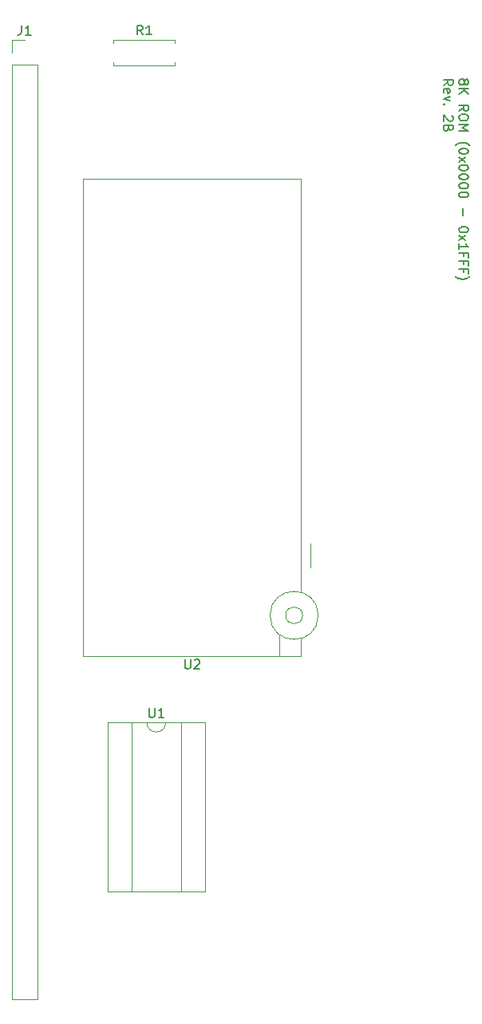
<source format=gbr>
%TF.GenerationSoftware,KiCad,Pcbnew,5.1.6-c6e7f7d~87~ubuntu18.04.1*%
%TF.CreationDate,2020-08-11T21:02:34+01:00*%
%TF.ProjectId,8KROM_Lower_Rev2,384b524f-4d5f-44c6-9f77-65725f526576,rev?*%
%TF.SameCoordinates,Original*%
%TF.FileFunction,Legend,Top*%
%TF.FilePolarity,Positive*%
%FSLAX46Y46*%
G04 Gerber Fmt 4.6, Leading zero omitted, Abs format (unit mm)*
G04 Created by KiCad (PCBNEW 5.1.6-c6e7f7d~87~ubuntu18.04.1) date 2020-08-11 21:02:34*
%MOMM*%
%LPD*%
G01*
G04 APERTURE LIST*
%ADD10C,0.150000*%
%ADD11C,0.120000*%
G04 APERTURE END LIST*
D10*
X158424047Y-57628452D02*
X158471666Y-57533214D01*
X158519285Y-57485595D01*
X158614523Y-57437976D01*
X158662142Y-57437976D01*
X158757380Y-57485595D01*
X158805000Y-57533214D01*
X158852619Y-57628452D01*
X158852619Y-57818928D01*
X158805000Y-57914166D01*
X158757380Y-57961785D01*
X158662142Y-58009404D01*
X158614523Y-58009404D01*
X158519285Y-57961785D01*
X158471666Y-57914166D01*
X158424047Y-57818928D01*
X158424047Y-57628452D01*
X158376428Y-57533214D01*
X158328809Y-57485595D01*
X158233571Y-57437976D01*
X158043095Y-57437976D01*
X157947857Y-57485595D01*
X157900238Y-57533214D01*
X157852619Y-57628452D01*
X157852619Y-57818928D01*
X157900238Y-57914166D01*
X157947857Y-57961785D01*
X158043095Y-58009404D01*
X158233571Y-58009404D01*
X158328809Y-57961785D01*
X158376428Y-57914166D01*
X158424047Y-57818928D01*
X157852619Y-58437976D02*
X158852619Y-58437976D01*
X157852619Y-59009404D02*
X158424047Y-58580833D01*
X158852619Y-59009404D02*
X158281190Y-58437976D01*
X157852619Y-60771309D02*
X158328809Y-60437976D01*
X157852619Y-60199880D02*
X158852619Y-60199880D01*
X158852619Y-60580833D01*
X158805000Y-60676071D01*
X158757380Y-60723690D01*
X158662142Y-60771309D01*
X158519285Y-60771309D01*
X158424047Y-60723690D01*
X158376428Y-60676071D01*
X158328809Y-60580833D01*
X158328809Y-60199880D01*
X158852619Y-61390357D02*
X158852619Y-61580833D01*
X158805000Y-61676071D01*
X158709761Y-61771309D01*
X158519285Y-61818928D01*
X158185952Y-61818928D01*
X157995476Y-61771309D01*
X157900238Y-61676071D01*
X157852619Y-61580833D01*
X157852619Y-61390357D01*
X157900238Y-61295119D01*
X157995476Y-61199880D01*
X158185952Y-61152261D01*
X158519285Y-61152261D01*
X158709761Y-61199880D01*
X158805000Y-61295119D01*
X158852619Y-61390357D01*
X157852619Y-62247500D02*
X158852619Y-62247500D01*
X158138333Y-62580833D01*
X158852619Y-62914166D01*
X157852619Y-62914166D01*
X157471666Y-64437976D02*
X157519285Y-64390357D01*
X157662142Y-64295119D01*
X157757380Y-64247500D01*
X157900238Y-64199880D01*
X158138333Y-64152261D01*
X158328809Y-64152261D01*
X158566904Y-64199880D01*
X158709761Y-64247500D01*
X158805000Y-64295119D01*
X158947857Y-64390357D01*
X158995476Y-64437976D01*
X158852619Y-65009404D02*
X158852619Y-65104642D01*
X158805000Y-65199880D01*
X158757380Y-65247500D01*
X158662142Y-65295119D01*
X158471666Y-65342738D01*
X158233571Y-65342738D01*
X158043095Y-65295119D01*
X157947857Y-65247500D01*
X157900238Y-65199880D01*
X157852619Y-65104642D01*
X157852619Y-65009404D01*
X157900238Y-64914166D01*
X157947857Y-64866547D01*
X158043095Y-64818928D01*
X158233571Y-64771309D01*
X158471666Y-64771309D01*
X158662142Y-64818928D01*
X158757380Y-64866547D01*
X158805000Y-64914166D01*
X158852619Y-65009404D01*
X157852619Y-65676071D02*
X158519285Y-66199880D01*
X158519285Y-65676071D02*
X157852619Y-66199880D01*
X158852619Y-66771309D02*
X158852619Y-66866547D01*
X158805000Y-66961785D01*
X158757380Y-67009404D01*
X158662142Y-67057023D01*
X158471666Y-67104642D01*
X158233571Y-67104642D01*
X158043095Y-67057023D01*
X157947857Y-67009404D01*
X157900238Y-66961785D01*
X157852619Y-66866547D01*
X157852619Y-66771309D01*
X157900238Y-66676071D01*
X157947857Y-66628452D01*
X158043095Y-66580833D01*
X158233571Y-66533214D01*
X158471666Y-66533214D01*
X158662142Y-66580833D01*
X158757380Y-66628452D01*
X158805000Y-66676071D01*
X158852619Y-66771309D01*
X158852619Y-67723690D02*
X158852619Y-67818928D01*
X158805000Y-67914166D01*
X158757380Y-67961785D01*
X158662142Y-68009404D01*
X158471666Y-68057023D01*
X158233571Y-68057023D01*
X158043095Y-68009404D01*
X157947857Y-67961785D01*
X157900238Y-67914166D01*
X157852619Y-67818928D01*
X157852619Y-67723690D01*
X157900238Y-67628452D01*
X157947857Y-67580833D01*
X158043095Y-67533214D01*
X158233571Y-67485595D01*
X158471666Y-67485595D01*
X158662142Y-67533214D01*
X158757380Y-67580833D01*
X158805000Y-67628452D01*
X158852619Y-67723690D01*
X158852619Y-68676071D02*
X158852619Y-68771309D01*
X158805000Y-68866547D01*
X158757380Y-68914166D01*
X158662142Y-68961785D01*
X158471666Y-69009404D01*
X158233571Y-69009404D01*
X158043095Y-68961785D01*
X157947857Y-68914166D01*
X157900238Y-68866547D01*
X157852619Y-68771309D01*
X157852619Y-68676071D01*
X157900238Y-68580833D01*
X157947857Y-68533214D01*
X158043095Y-68485595D01*
X158233571Y-68437976D01*
X158471666Y-68437976D01*
X158662142Y-68485595D01*
X158757380Y-68533214D01*
X158805000Y-68580833D01*
X158852619Y-68676071D01*
X158852619Y-69628452D02*
X158852619Y-69723690D01*
X158805000Y-69818928D01*
X158757380Y-69866547D01*
X158662142Y-69914166D01*
X158471666Y-69961785D01*
X158233571Y-69961785D01*
X158043095Y-69914166D01*
X157947857Y-69866547D01*
X157900238Y-69818928D01*
X157852619Y-69723690D01*
X157852619Y-69628452D01*
X157900238Y-69533214D01*
X157947857Y-69485595D01*
X158043095Y-69437976D01*
X158233571Y-69390357D01*
X158471666Y-69390357D01*
X158662142Y-69437976D01*
X158757380Y-69485595D01*
X158805000Y-69533214D01*
X158852619Y-69628452D01*
X158233571Y-71152261D02*
X158233571Y-71914166D01*
X158852619Y-73342738D02*
X158852619Y-73437976D01*
X158805000Y-73533214D01*
X158757380Y-73580833D01*
X158662142Y-73628452D01*
X158471666Y-73676071D01*
X158233571Y-73676071D01*
X158043095Y-73628452D01*
X157947857Y-73580833D01*
X157900238Y-73533214D01*
X157852619Y-73437976D01*
X157852619Y-73342738D01*
X157900238Y-73247500D01*
X157947857Y-73199880D01*
X158043095Y-73152261D01*
X158233571Y-73104642D01*
X158471666Y-73104642D01*
X158662142Y-73152261D01*
X158757380Y-73199880D01*
X158805000Y-73247500D01*
X158852619Y-73342738D01*
X157852619Y-74009404D02*
X158519285Y-74533214D01*
X158519285Y-74009404D02*
X157852619Y-74533214D01*
X157852619Y-75437976D02*
X157852619Y-74866547D01*
X157852619Y-75152261D02*
X158852619Y-75152261D01*
X158709761Y-75057023D01*
X158614523Y-74961785D01*
X158566904Y-74866547D01*
X158376428Y-76199880D02*
X158376428Y-75866547D01*
X157852619Y-75866547D02*
X158852619Y-75866547D01*
X158852619Y-76342738D01*
X158376428Y-77057023D02*
X158376428Y-76723690D01*
X157852619Y-76723690D02*
X158852619Y-76723690D01*
X158852619Y-77199880D01*
X158376428Y-77914166D02*
X158376428Y-77580833D01*
X157852619Y-77580833D02*
X158852619Y-77580833D01*
X158852619Y-78057023D01*
X157471666Y-78342738D02*
X157519285Y-78390357D01*
X157662142Y-78485595D01*
X157757380Y-78533214D01*
X157900238Y-78580833D01*
X158138333Y-78628452D01*
X158328809Y-78628452D01*
X158566904Y-78580833D01*
X158709761Y-78533214D01*
X158805000Y-78485595D01*
X158947857Y-78390357D01*
X158995476Y-78342738D01*
X156202619Y-58057023D02*
X156678809Y-57723690D01*
X156202619Y-57485595D02*
X157202619Y-57485595D01*
X157202619Y-57866547D01*
X157155000Y-57961785D01*
X157107380Y-58009404D01*
X157012142Y-58057023D01*
X156869285Y-58057023D01*
X156774047Y-58009404D01*
X156726428Y-57961785D01*
X156678809Y-57866547D01*
X156678809Y-57485595D01*
X156250238Y-58866547D02*
X156202619Y-58771309D01*
X156202619Y-58580833D01*
X156250238Y-58485595D01*
X156345476Y-58437976D01*
X156726428Y-58437976D01*
X156821666Y-58485595D01*
X156869285Y-58580833D01*
X156869285Y-58771309D01*
X156821666Y-58866547D01*
X156726428Y-58914166D01*
X156631190Y-58914166D01*
X156535952Y-58437976D01*
X156869285Y-59247500D02*
X156202619Y-59485595D01*
X156869285Y-59723690D01*
X156297857Y-60104642D02*
X156250238Y-60152261D01*
X156202619Y-60104642D01*
X156250238Y-60057023D01*
X156297857Y-60104642D01*
X156202619Y-60104642D01*
X157107380Y-61295119D02*
X157155000Y-61342738D01*
X157202619Y-61437976D01*
X157202619Y-61676071D01*
X157155000Y-61771309D01*
X157107380Y-61818928D01*
X157012142Y-61866547D01*
X156916904Y-61866547D01*
X156774047Y-61818928D01*
X156202619Y-61247500D01*
X156202619Y-61866547D01*
X156726428Y-62628452D02*
X156678809Y-62771309D01*
X156631190Y-62818928D01*
X156535952Y-62866547D01*
X156393095Y-62866547D01*
X156297857Y-62818928D01*
X156250238Y-62771309D01*
X156202619Y-62676071D01*
X156202619Y-62295119D01*
X157202619Y-62295119D01*
X157202619Y-62628452D01*
X157155000Y-62723690D01*
X157107380Y-62771309D01*
X157012142Y-62818928D01*
X156916904Y-62818928D01*
X156821666Y-62771309D01*
X156774047Y-62723690D01*
X156726428Y-62628452D01*
X156726428Y-62295119D01*
D11*
%TO.C,U2*%
X142910000Y-114300000D02*
G75*
G03*
X142910000Y-114300000I-2550000J0D01*
G01*
X141260000Y-114300000D02*
G75*
G03*
X141260000Y-114300000I-900000J0D01*
G01*
X141090000Y-111850000D02*
X141090000Y-68010000D01*
X141090000Y-68010000D02*
X117990000Y-68010000D01*
X117990000Y-68010000D02*
X117990000Y-118610000D01*
X117990000Y-118610000D02*
X141090000Y-118610000D01*
X141090000Y-118610000D02*
X141090000Y-116750000D01*
X138810000Y-118610000D02*
X138810000Y-116350000D01*
X142110000Y-106680000D02*
X142110000Y-109220000D01*
%TO.C,U1*%
X124730000Y-125670000D02*
X123080000Y-125670000D01*
X123080000Y-125670000D02*
X123080000Y-143570000D01*
X123080000Y-143570000D02*
X128380000Y-143570000D01*
X128380000Y-143570000D02*
X128380000Y-125670000D01*
X128380000Y-125670000D02*
X126730000Y-125670000D01*
X120590000Y-125610000D02*
X120590000Y-143630000D01*
X120590000Y-143630000D02*
X130870000Y-143630000D01*
X130870000Y-143630000D02*
X130870000Y-125610000D01*
X130870000Y-125610000D02*
X120590000Y-125610000D01*
X126730000Y-125670000D02*
G75*
G02*
X124730000Y-125670000I-1000000J0D01*
G01*
%TO.C,R1*%
X121190000Y-53570000D02*
X121190000Y-53240000D01*
X121190000Y-53240000D02*
X127730000Y-53240000D01*
X127730000Y-53240000D02*
X127730000Y-53570000D01*
X121190000Y-55650000D02*
X121190000Y-55980000D01*
X121190000Y-55980000D02*
X127730000Y-55980000D01*
X127730000Y-55980000D02*
X127730000Y-55650000D01*
%TO.C,J1*%
X110430000Y-155000000D02*
X113090000Y-155000000D01*
X110430000Y-55880000D02*
X110430000Y-155000000D01*
X113090000Y-55880000D02*
X113090000Y-155000000D01*
X110430000Y-55880000D02*
X113090000Y-55880000D01*
X110430000Y-54610000D02*
X110430000Y-53280000D01*
X110430000Y-53280000D02*
X111760000Y-53280000D01*
%TO.C,U2*%
D10*
X128778095Y-118962380D02*
X128778095Y-119771904D01*
X128825714Y-119867142D01*
X128873333Y-119914761D01*
X128968571Y-119962380D01*
X129159047Y-119962380D01*
X129254285Y-119914761D01*
X129301904Y-119867142D01*
X129349523Y-119771904D01*
X129349523Y-118962380D01*
X129778095Y-119057619D02*
X129825714Y-119010000D01*
X129920952Y-118962380D01*
X130159047Y-118962380D01*
X130254285Y-119010000D01*
X130301904Y-119057619D01*
X130349523Y-119152857D01*
X130349523Y-119248095D01*
X130301904Y-119390952D01*
X129730476Y-119962380D01*
X130349523Y-119962380D01*
%TO.C,U1*%
X124968095Y-124122380D02*
X124968095Y-124931904D01*
X125015714Y-125027142D01*
X125063333Y-125074761D01*
X125158571Y-125122380D01*
X125349047Y-125122380D01*
X125444285Y-125074761D01*
X125491904Y-125027142D01*
X125539523Y-124931904D01*
X125539523Y-124122380D01*
X126539523Y-125122380D02*
X125968095Y-125122380D01*
X126253809Y-125122380D02*
X126253809Y-124122380D01*
X126158571Y-124265238D01*
X126063333Y-124360476D01*
X125968095Y-124408095D01*
%TO.C,R1*%
X124293333Y-52692380D02*
X123960000Y-52216190D01*
X123721904Y-52692380D02*
X123721904Y-51692380D01*
X124102857Y-51692380D01*
X124198095Y-51740000D01*
X124245714Y-51787619D01*
X124293333Y-51882857D01*
X124293333Y-52025714D01*
X124245714Y-52120952D01*
X124198095Y-52168571D01*
X124102857Y-52216190D01*
X123721904Y-52216190D01*
X125245714Y-52692380D02*
X124674285Y-52692380D01*
X124960000Y-52692380D02*
X124960000Y-51692380D01*
X124864761Y-51835238D01*
X124769523Y-51930476D01*
X124674285Y-51978095D01*
%TO.C,J1*%
X111426666Y-51732380D02*
X111426666Y-52446666D01*
X111379047Y-52589523D01*
X111283809Y-52684761D01*
X111140952Y-52732380D01*
X111045714Y-52732380D01*
X112426666Y-52732380D02*
X111855238Y-52732380D01*
X112140952Y-52732380D02*
X112140952Y-51732380D01*
X112045714Y-51875238D01*
X111950476Y-51970476D01*
X111855238Y-52018095D01*
%TD*%
M02*

</source>
